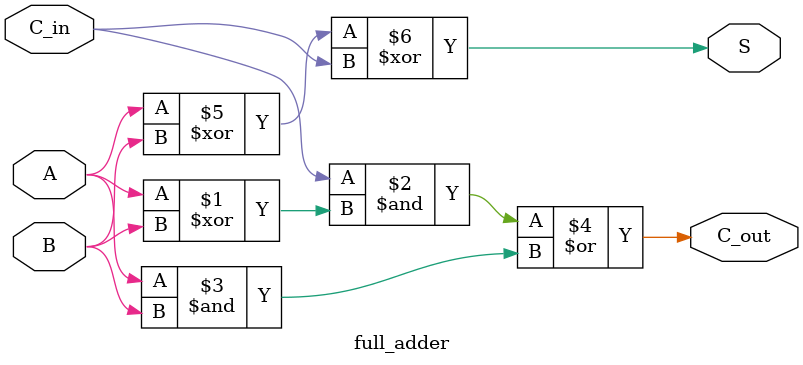
<source format=v>
`timescale 1ns / 1ps

module full_adder(A, B, C_in, S, C_out);
    input A, B, C_in;
    output S, C_out;

    assign C_out = (C_in&(A^B))|(A&B);
    assign S = A^B^C_in;
endmodule

</source>
